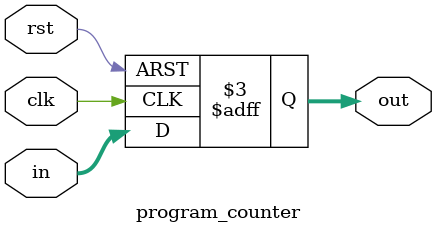
<source format=sv>
`timescale 1ns / 1ps


module program_counter(
    input clk,
    input rst,
    input [31:0] in,
    output logic [31:0] out
    );
   /* initial
    cntd <= 0;*/

    always@(posedge clk or posedge rst)begin
        if(!rst) begin
           out<=in;
        end else begin
            out <= 0;
        end  
    end
endmodule

</source>
